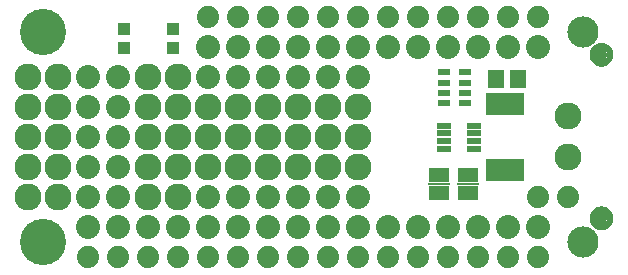
<source format=gbr>
G04 EAGLE Gerber RS-274X export*
G75*
%MOMM*%
%FSLAX34Y34*%
%LPD*%
%INSoldermask Top*%
%IPPOS*%
%AMOC8*
5,1,8,0,0,1.08239X$1,22.5*%
G01*
%ADD10C,2.641600*%
%ADD11C,3.911600*%
%ADD12C,1.879600*%
%ADD13C,2.032000*%
%ADD14R,1.301600X0.501600*%
%ADD15R,1.401600X1.601600*%
%ADD16R,1.701800X1.270000*%
%ADD17R,1.828800X0.152400*%
%ADD18R,3.301600X1.901600*%
%ADD19C,2.286000*%
%ADD20R,1.001600X1.001600*%
%ADD21R,1.001600X0.551600*%
%ADD22C,1.101600*%
%ADD23C,0.500000*%


D10*
X482600Y203200D03*
X482600Y25400D03*
D11*
X25400Y203200D03*
X25400Y25400D03*
D12*
X165100Y215900D03*
X190500Y215900D03*
X215900Y215900D03*
X241300Y215900D03*
X266700Y215900D03*
X292100Y215900D03*
X317500Y215900D03*
X342900Y215900D03*
X368300Y215900D03*
X393700Y215900D03*
X419100Y215900D03*
X444500Y215900D03*
X165100Y12700D03*
X190500Y12700D03*
X215900Y12700D03*
X241300Y12700D03*
X266700Y12700D03*
X292100Y12700D03*
X317500Y12700D03*
X342900Y12700D03*
X368300Y12700D03*
X393700Y12700D03*
X419100Y12700D03*
X444500Y12700D03*
X139700Y12700D03*
X114300Y12700D03*
X88900Y12700D03*
X63500Y12700D03*
D13*
X444500Y38100D03*
X419100Y38100D03*
X393700Y38100D03*
X368300Y38100D03*
X342900Y38100D03*
X317500Y38100D03*
X292100Y38100D03*
X266700Y38100D03*
X241300Y38100D03*
X215900Y38100D03*
X190500Y38100D03*
X165100Y38100D03*
X139700Y38100D03*
X114300Y38100D03*
X88900Y38100D03*
X63500Y38100D03*
X165100Y190500D03*
X190500Y190500D03*
X215900Y190500D03*
X241300Y190500D03*
X266700Y190500D03*
X292100Y190500D03*
X317500Y190500D03*
X342900Y190500D03*
X368300Y190500D03*
X393700Y190500D03*
X419100Y190500D03*
X444500Y190500D03*
D14*
X390190Y104550D03*
X364190Y104550D03*
X390190Y111050D03*
X390190Y117550D03*
X390190Y124050D03*
X364190Y124050D03*
X364190Y117550D03*
X364190Y111050D03*
D15*
X408330Y163830D03*
X427330Y163830D03*
D16*
X384810Y67310D03*
X384810Y82550D03*
D17*
X384810Y74930D03*
D16*
X360680Y67310D03*
X360680Y82550D03*
D17*
X360680Y74930D03*
D18*
X416560Y142300D03*
X416560Y86300D03*
D19*
X469900Y132300D03*
X469900Y97300D03*
D12*
X444500Y63500D03*
X469900Y63500D03*
D20*
X134800Y206120D03*
X134800Y190120D03*
X93800Y190120D03*
X93800Y206120D03*
D21*
X381880Y169210D03*
X364880Y169210D03*
X381880Y160210D03*
X381880Y152210D03*
X381880Y143210D03*
X364880Y143210D03*
X364880Y160210D03*
X364880Y152210D03*
D22*
X497840Y45720D03*
D23*
X497840Y53220D02*
X497659Y53218D01*
X497478Y53211D01*
X497297Y53200D01*
X497116Y53185D01*
X496936Y53165D01*
X496756Y53141D01*
X496577Y53113D01*
X496399Y53080D01*
X496222Y53043D01*
X496045Y53002D01*
X495870Y52957D01*
X495695Y52907D01*
X495522Y52853D01*
X495351Y52795D01*
X495180Y52733D01*
X495012Y52666D01*
X494845Y52596D01*
X494679Y52522D01*
X494516Y52443D01*
X494355Y52361D01*
X494195Y52275D01*
X494038Y52185D01*
X493883Y52091D01*
X493730Y51994D01*
X493580Y51892D01*
X493432Y51788D01*
X493286Y51679D01*
X493144Y51568D01*
X493004Y51452D01*
X492867Y51334D01*
X492732Y51212D01*
X492601Y51087D01*
X492473Y50959D01*
X492348Y50828D01*
X492226Y50693D01*
X492108Y50556D01*
X491992Y50416D01*
X491881Y50274D01*
X491772Y50128D01*
X491668Y49980D01*
X491566Y49830D01*
X491469Y49677D01*
X491375Y49522D01*
X491285Y49365D01*
X491199Y49205D01*
X491117Y49044D01*
X491038Y48881D01*
X490964Y48715D01*
X490894Y48548D01*
X490827Y48380D01*
X490765Y48209D01*
X490707Y48038D01*
X490653Y47865D01*
X490603Y47690D01*
X490558Y47515D01*
X490517Y47338D01*
X490480Y47161D01*
X490447Y46983D01*
X490419Y46804D01*
X490395Y46624D01*
X490375Y46444D01*
X490360Y46263D01*
X490349Y46082D01*
X490342Y45901D01*
X490340Y45720D01*
X497840Y53220D02*
X498021Y53218D01*
X498202Y53211D01*
X498383Y53200D01*
X498564Y53185D01*
X498744Y53165D01*
X498924Y53141D01*
X499103Y53113D01*
X499281Y53080D01*
X499458Y53043D01*
X499635Y53002D01*
X499810Y52957D01*
X499985Y52907D01*
X500158Y52853D01*
X500329Y52795D01*
X500500Y52733D01*
X500668Y52666D01*
X500835Y52596D01*
X501001Y52522D01*
X501164Y52443D01*
X501325Y52361D01*
X501485Y52275D01*
X501642Y52185D01*
X501797Y52091D01*
X501950Y51994D01*
X502100Y51892D01*
X502248Y51788D01*
X502394Y51679D01*
X502536Y51568D01*
X502676Y51452D01*
X502813Y51334D01*
X502948Y51212D01*
X503079Y51087D01*
X503207Y50959D01*
X503332Y50828D01*
X503454Y50693D01*
X503572Y50556D01*
X503688Y50416D01*
X503799Y50274D01*
X503908Y50128D01*
X504012Y49980D01*
X504114Y49830D01*
X504211Y49677D01*
X504305Y49522D01*
X504395Y49365D01*
X504481Y49205D01*
X504563Y49044D01*
X504642Y48881D01*
X504716Y48715D01*
X504786Y48548D01*
X504853Y48380D01*
X504915Y48209D01*
X504973Y48038D01*
X505027Y47865D01*
X505077Y47690D01*
X505122Y47515D01*
X505163Y47338D01*
X505200Y47161D01*
X505233Y46983D01*
X505261Y46804D01*
X505285Y46624D01*
X505305Y46444D01*
X505320Y46263D01*
X505331Y46082D01*
X505338Y45901D01*
X505340Y45720D01*
X505338Y45539D01*
X505331Y45358D01*
X505320Y45177D01*
X505305Y44996D01*
X505285Y44816D01*
X505261Y44636D01*
X505233Y44457D01*
X505200Y44279D01*
X505163Y44102D01*
X505122Y43925D01*
X505077Y43750D01*
X505027Y43575D01*
X504973Y43402D01*
X504915Y43231D01*
X504853Y43060D01*
X504786Y42892D01*
X504716Y42725D01*
X504642Y42559D01*
X504563Y42396D01*
X504481Y42235D01*
X504395Y42075D01*
X504305Y41918D01*
X504211Y41763D01*
X504114Y41610D01*
X504012Y41460D01*
X503908Y41312D01*
X503799Y41166D01*
X503688Y41024D01*
X503572Y40884D01*
X503454Y40747D01*
X503332Y40612D01*
X503207Y40481D01*
X503079Y40353D01*
X502948Y40228D01*
X502813Y40106D01*
X502676Y39988D01*
X502536Y39872D01*
X502394Y39761D01*
X502248Y39652D01*
X502100Y39548D01*
X501950Y39446D01*
X501797Y39349D01*
X501642Y39255D01*
X501485Y39165D01*
X501325Y39079D01*
X501164Y38997D01*
X501001Y38918D01*
X500835Y38844D01*
X500668Y38774D01*
X500500Y38707D01*
X500329Y38645D01*
X500158Y38587D01*
X499985Y38533D01*
X499810Y38483D01*
X499635Y38438D01*
X499458Y38397D01*
X499281Y38360D01*
X499103Y38327D01*
X498924Y38299D01*
X498744Y38275D01*
X498564Y38255D01*
X498383Y38240D01*
X498202Y38229D01*
X498021Y38222D01*
X497840Y38220D01*
X497659Y38222D01*
X497478Y38229D01*
X497297Y38240D01*
X497116Y38255D01*
X496936Y38275D01*
X496756Y38299D01*
X496577Y38327D01*
X496399Y38360D01*
X496222Y38397D01*
X496045Y38438D01*
X495870Y38483D01*
X495695Y38533D01*
X495522Y38587D01*
X495351Y38645D01*
X495180Y38707D01*
X495012Y38774D01*
X494845Y38844D01*
X494679Y38918D01*
X494516Y38997D01*
X494355Y39079D01*
X494195Y39165D01*
X494038Y39255D01*
X493883Y39349D01*
X493730Y39446D01*
X493580Y39548D01*
X493432Y39652D01*
X493286Y39761D01*
X493144Y39872D01*
X493004Y39988D01*
X492867Y40106D01*
X492732Y40228D01*
X492601Y40353D01*
X492473Y40481D01*
X492348Y40612D01*
X492226Y40747D01*
X492108Y40884D01*
X491992Y41024D01*
X491881Y41166D01*
X491772Y41312D01*
X491668Y41460D01*
X491566Y41610D01*
X491469Y41763D01*
X491375Y41918D01*
X491285Y42075D01*
X491199Y42235D01*
X491117Y42396D01*
X491038Y42559D01*
X490964Y42725D01*
X490894Y42892D01*
X490827Y43060D01*
X490765Y43231D01*
X490707Y43402D01*
X490653Y43575D01*
X490603Y43750D01*
X490558Y43925D01*
X490517Y44102D01*
X490480Y44279D01*
X490447Y44457D01*
X490419Y44636D01*
X490395Y44816D01*
X490375Y44996D01*
X490360Y45177D01*
X490349Y45358D01*
X490342Y45539D01*
X490340Y45720D01*
D22*
X497840Y184150D03*
D23*
X497840Y191650D02*
X497659Y191648D01*
X497478Y191641D01*
X497297Y191630D01*
X497116Y191615D01*
X496936Y191595D01*
X496756Y191571D01*
X496577Y191543D01*
X496399Y191510D01*
X496222Y191473D01*
X496045Y191432D01*
X495870Y191387D01*
X495695Y191337D01*
X495522Y191283D01*
X495351Y191225D01*
X495180Y191163D01*
X495012Y191096D01*
X494845Y191026D01*
X494679Y190952D01*
X494516Y190873D01*
X494355Y190791D01*
X494195Y190705D01*
X494038Y190615D01*
X493883Y190521D01*
X493730Y190424D01*
X493580Y190322D01*
X493432Y190218D01*
X493286Y190109D01*
X493144Y189998D01*
X493004Y189882D01*
X492867Y189764D01*
X492732Y189642D01*
X492601Y189517D01*
X492473Y189389D01*
X492348Y189258D01*
X492226Y189123D01*
X492108Y188986D01*
X491992Y188846D01*
X491881Y188704D01*
X491772Y188558D01*
X491668Y188410D01*
X491566Y188260D01*
X491469Y188107D01*
X491375Y187952D01*
X491285Y187795D01*
X491199Y187635D01*
X491117Y187474D01*
X491038Y187311D01*
X490964Y187145D01*
X490894Y186978D01*
X490827Y186810D01*
X490765Y186639D01*
X490707Y186468D01*
X490653Y186295D01*
X490603Y186120D01*
X490558Y185945D01*
X490517Y185768D01*
X490480Y185591D01*
X490447Y185413D01*
X490419Y185234D01*
X490395Y185054D01*
X490375Y184874D01*
X490360Y184693D01*
X490349Y184512D01*
X490342Y184331D01*
X490340Y184150D01*
X497840Y191650D02*
X498021Y191648D01*
X498202Y191641D01*
X498383Y191630D01*
X498564Y191615D01*
X498744Y191595D01*
X498924Y191571D01*
X499103Y191543D01*
X499281Y191510D01*
X499458Y191473D01*
X499635Y191432D01*
X499810Y191387D01*
X499985Y191337D01*
X500158Y191283D01*
X500329Y191225D01*
X500500Y191163D01*
X500668Y191096D01*
X500835Y191026D01*
X501001Y190952D01*
X501164Y190873D01*
X501325Y190791D01*
X501485Y190705D01*
X501642Y190615D01*
X501797Y190521D01*
X501950Y190424D01*
X502100Y190322D01*
X502248Y190218D01*
X502394Y190109D01*
X502536Y189998D01*
X502676Y189882D01*
X502813Y189764D01*
X502948Y189642D01*
X503079Y189517D01*
X503207Y189389D01*
X503332Y189258D01*
X503454Y189123D01*
X503572Y188986D01*
X503688Y188846D01*
X503799Y188704D01*
X503908Y188558D01*
X504012Y188410D01*
X504114Y188260D01*
X504211Y188107D01*
X504305Y187952D01*
X504395Y187795D01*
X504481Y187635D01*
X504563Y187474D01*
X504642Y187311D01*
X504716Y187145D01*
X504786Y186978D01*
X504853Y186810D01*
X504915Y186639D01*
X504973Y186468D01*
X505027Y186295D01*
X505077Y186120D01*
X505122Y185945D01*
X505163Y185768D01*
X505200Y185591D01*
X505233Y185413D01*
X505261Y185234D01*
X505285Y185054D01*
X505305Y184874D01*
X505320Y184693D01*
X505331Y184512D01*
X505338Y184331D01*
X505340Y184150D01*
X505338Y183969D01*
X505331Y183788D01*
X505320Y183607D01*
X505305Y183426D01*
X505285Y183246D01*
X505261Y183066D01*
X505233Y182887D01*
X505200Y182709D01*
X505163Y182532D01*
X505122Y182355D01*
X505077Y182180D01*
X505027Y182005D01*
X504973Y181832D01*
X504915Y181661D01*
X504853Y181490D01*
X504786Y181322D01*
X504716Y181155D01*
X504642Y180989D01*
X504563Y180826D01*
X504481Y180665D01*
X504395Y180505D01*
X504305Y180348D01*
X504211Y180193D01*
X504114Y180040D01*
X504012Y179890D01*
X503908Y179742D01*
X503799Y179596D01*
X503688Y179454D01*
X503572Y179314D01*
X503454Y179177D01*
X503332Y179042D01*
X503207Y178911D01*
X503079Y178783D01*
X502948Y178658D01*
X502813Y178536D01*
X502676Y178418D01*
X502536Y178302D01*
X502394Y178191D01*
X502248Y178082D01*
X502100Y177978D01*
X501950Y177876D01*
X501797Y177779D01*
X501642Y177685D01*
X501485Y177595D01*
X501325Y177509D01*
X501164Y177427D01*
X501001Y177348D01*
X500835Y177274D01*
X500668Y177204D01*
X500500Y177137D01*
X500329Y177075D01*
X500158Y177017D01*
X499985Y176963D01*
X499810Y176913D01*
X499635Y176868D01*
X499458Y176827D01*
X499281Y176790D01*
X499103Y176757D01*
X498924Y176729D01*
X498744Y176705D01*
X498564Y176685D01*
X498383Y176670D01*
X498202Y176659D01*
X498021Y176652D01*
X497840Y176650D01*
X497659Y176652D01*
X497478Y176659D01*
X497297Y176670D01*
X497116Y176685D01*
X496936Y176705D01*
X496756Y176729D01*
X496577Y176757D01*
X496399Y176790D01*
X496222Y176827D01*
X496045Y176868D01*
X495870Y176913D01*
X495695Y176963D01*
X495522Y177017D01*
X495351Y177075D01*
X495180Y177137D01*
X495012Y177204D01*
X494845Y177274D01*
X494679Y177348D01*
X494516Y177427D01*
X494355Y177509D01*
X494195Y177595D01*
X494038Y177685D01*
X493883Y177779D01*
X493730Y177876D01*
X493580Y177978D01*
X493432Y178082D01*
X493286Y178191D01*
X493144Y178302D01*
X493004Y178418D01*
X492867Y178536D01*
X492732Y178658D01*
X492601Y178783D01*
X492473Y178911D01*
X492348Y179042D01*
X492226Y179177D01*
X492108Y179314D01*
X491992Y179454D01*
X491881Y179596D01*
X491772Y179742D01*
X491668Y179890D01*
X491566Y180040D01*
X491469Y180193D01*
X491375Y180348D01*
X491285Y180505D01*
X491199Y180665D01*
X491117Y180826D01*
X491038Y180989D01*
X490964Y181155D01*
X490894Y181322D01*
X490827Y181490D01*
X490765Y181661D01*
X490707Y181832D01*
X490653Y182005D01*
X490603Y182180D01*
X490558Y182355D01*
X490517Y182532D01*
X490480Y182709D01*
X490447Y182887D01*
X490419Y183066D01*
X490395Y183246D01*
X490375Y183426D01*
X490360Y183607D01*
X490349Y183788D01*
X490342Y183969D01*
X490340Y184150D01*
D19*
X139700Y63500D03*
X139700Y88900D03*
X139700Y114300D03*
X139700Y139700D03*
X139700Y165100D03*
X114300Y63500D03*
X114300Y88900D03*
X114300Y114300D03*
X114300Y139700D03*
X114300Y165100D03*
D13*
X63500Y165100D03*
D19*
X38100Y165100D03*
X12700Y165100D03*
X12700Y139700D03*
X38100Y139700D03*
D13*
X63500Y139700D03*
X63500Y114300D03*
D19*
X38100Y114300D03*
X12700Y114300D03*
X12700Y88900D03*
X38100Y88900D03*
D13*
X63500Y88900D03*
X63500Y63500D03*
D19*
X38100Y63500D03*
X12700Y63500D03*
D13*
X88900Y63500D03*
X88900Y88900D03*
X88900Y114300D03*
X88900Y139700D03*
X88900Y165100D03*
X165100Y165100D03*
X190500Y165100D03*
X215900Y165100D03*
D19*
X165100Y139700D03*
X165100Y114300D03*
X165100Y88900D03*
D13*
X165100Y63500D03*
X190500Y63500D03*
D19*
X190500Y88900D03*
X190500Y114300D03*
X190500Y139700D03*
X215900Y139700D03*
X215900Y114300D03*
X215900Y88900D03*
D13*
X215900Y63500D03*
X241300Y63500D03*
D19*
X241300Y88900D03*
D13*
X241300Y165100D03*
D19*
X241300Y139700D03*
X241300Y114300D03*
D13*
X266700Y63500D03*
D19*
X266700Y88900D03*
X266700Y114300D03*
X266700Y139700D03*
D13*
X266700Y165100D03*
X292100Y165100D03*
D19*
X292100Y139700D03*
X292100Y114300D03*
X292100Y88900D03*
D13*
X292100Y63500D03*
M02*

</source>
